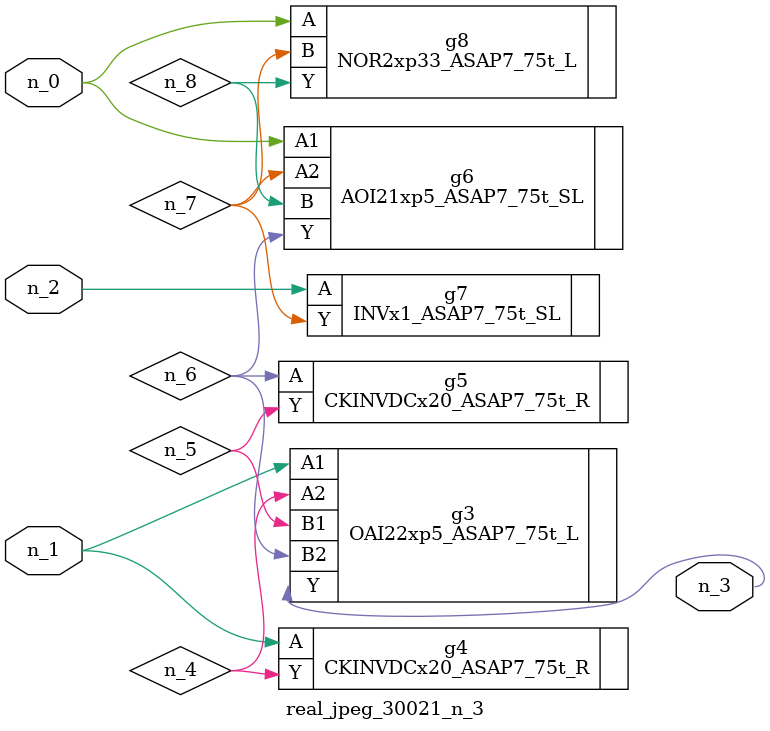
<source format=v>
module real_jpeg_30021_n_3 (n_1, n_0, n_2, n_3);

input n_1;
input n_0;
input n_2;

output n_3;

wire n_5;
wire n_4;
wire n_8;
wire n_6;
wire n_7;

AOI21xp5_ASAP7_75t_SL g6 ( 
.A1(n_0),
.A2(n_7),
.B(n_8),
.Y(n_6)
);

NOR2xp33_ASAP7_75t_L g8 ( 
.A(n_0),
.B(n_7),
.Y(n_8)
);

OAI22xp5_ASAP7_75t_L g3 ( 
.A1(n_1),
.A2(n_4),
.B1(n_5),
.B2(n_6),
.Y(n_3)
);

CKINVDCx20_ASAP7_75t_R g4 ( 
.A(n_1),
.Y(n_4)
);

INVx1_ASAP7_75t_SL g7 ( 
.A(n_2),
.Y(n_7)
);

CKINVDCx20_ASAP7_75t_R g5 ( 
.A(n_6),
.Y(n_5)
);


endmodule
</source>
